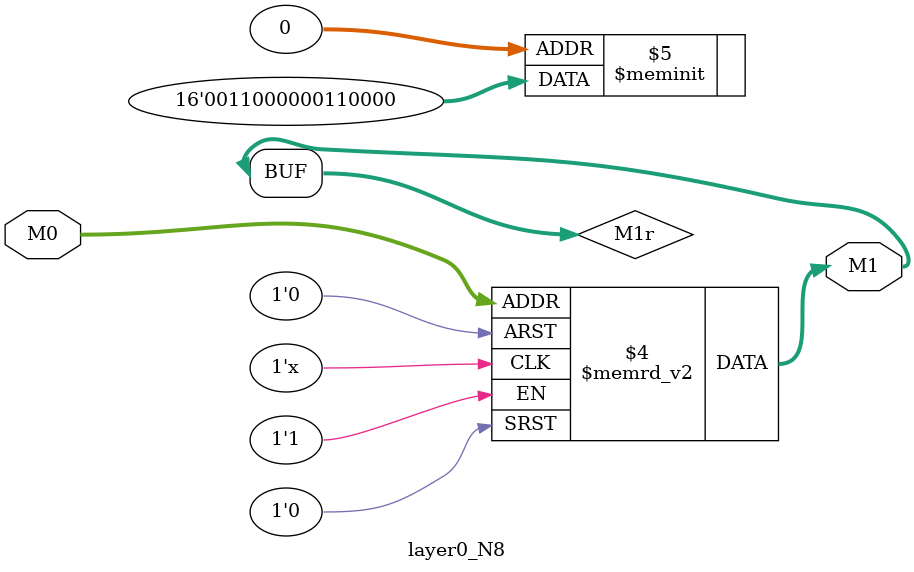
<source format=v>
module layer0_N8 ( input [2:0] M0, output [1:0] M1 );

	(*rom_style = "distributed" *) reg [1:0] M1r;
	assign M1 = M1r;
	always @ (M0) begin
		case (M0)
			3'b000: M1r = 2'b00;
			3'b100: M1r = 2'b00;
			3'b010: M1r = 2'b11;
			3'b110: M1r = 2'b11;
			3'b001: M1r = 2'b00;
			3'b101: M1r = 2'b00;
			3'b011: M1r = 2'b00;
			3'b111: M1r = 2'b00;

		endcase
	end
endmodule

</source>
